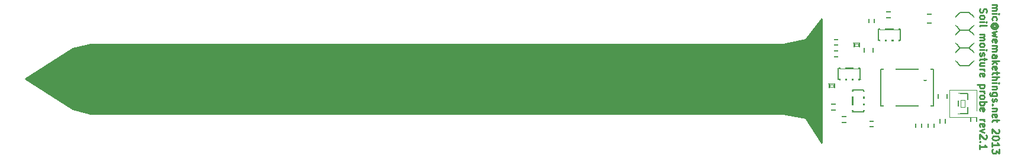
<source format=gto>
G04 (created by PCBNEW (2013-02-14 BZR 3950)-testing) date Tuesday, 2013 April 23 20:25:31*
%MOIN*%
G04 Gerber Fmt 3.4, Leading zero omitted, Abs format*
%FSLAX34Y34*%
G01*
G70*
G90*
G04 APERTURE LIST*
%ADD10C,0.006*%
%ADD11C,0.0099*%
%ADD12C,0.0026*%
%ADD13C,0.005*%
%ADD14C,0.012*%
%ADD15C,0.01*%
%ADD16C,0.004*%
%ADD17C,0.002*%
%ADD18O,0.12X0.06*%
%ADD19R,0.0708X0.0787*%
%ADD20R,0.0275X0.0393*%
%ADD21R,0.0393X0.0393*%
%ADD22R,0.0393X0.0275*%
%ADD23R,0.0354X0.0394*%
%ADD24R,0.0394X0.0354*%
%ADD25R,0.0512X0.059*%
%ADD26R,0.059X0.0512*%
%ADD27R,0.0551X0.0393*%
G04 APERTURE END LIST*
G54D10*
G54D11*
X78441Y-35217D02*
X78703Y-35217D01*
X78666Y-35217D02*
X78684Y-35236D01*
X78703Y-35273D01*
X78703Y-35329D01*
X78684Y-35367D01*
X78647Y-35386D01*
X78441Y-35386D01*
X78647Y-35386D02*
X78684Y-35404D01*
X78703Y-35442D01*
X78703Y-35498D01*
X78684Y-35536D01*
X78647Y-35555D01*
X78441Y-35555D01*
X78441Y-35742D02*
X78703Y-35742D01*
X78835Y-35742D02*
X78816Y-35723D01*
X78797Y-35742D01*
X78816Y-35761D01*
X78835Y-35742D01*
X78797Y-35742D01*
X78459Y-36099D02*
X78441Y-36061D01*
X78441Y-35986D01*
X78459Y-35949D01*
X78478Y-35930D01*
X78516Y-35911D01*
X78628Y-35911D01*
X78666Y-35930D01*
X78684Y-35949D01*
X78703Y-35986D01*
X78703Y-36061D01*
X78684Y-36099D01*
X78628Y-36512D02*
X78647Y-36493D01*
X78666Y-36455D01*
X78666Y-36418D01*
X78647Y-36380D01*
X78628Y-36362D01*
X78591Y-36343D01*
X78553Y-36343D01*
X78516Y-36362D01*
X78497Y-36380D01*
X78478Y-36418D01*
X78478Y-36455D01*
X78497Y-36493D01*
X78516Y-36512D01*
X78666Y-36512D02*
X78516Y-36512D01*
X78497Y-36530D01*
X78497Y-36549D01*
X78516Y-36587D01*
X78553Y-36606D01*
X78647Y-36606D01*
X78703Y-36568D01*
X78741Y-36512D01*
X78759Y-36437D01*
X78741Y-36362D01*
X78703Y-36305D01*
X78647Y-36268D01*
X78572Y-36249D01*
X78497Y-36268D01*
X78441Y-36305D01*
X78403Y-36362D01*
X78384Y-36437D01*
X78403Y-36512D01*
X78441Y-36568D01*
X78703Y-36737D02*
X78441Y-36812D01*
X78628Y-36887D01*
X78441Y-36962D01*
X78703Y-37037D01*
X78459Y-37338D02*
X78441Y-37300D01*
X78441Y-37225D01*
X78459Y-37188D01*
X78497Y-37169D01*
X78647Y-37169D01*
X78684Y-37188D01*
X78703Y-37225D01*
X78703Y-37300D01*
X78684Y-37338D01*
X78647Y-37357D01*
X78609Y-37357D01*
X78572Y-37169D01*
X78441Y-37526D02*
X78703Y-37526D01*
X78666Y-37526D02*
X78684Y-37545D01*
X78703Y-37582D01*
X78703Y-37638D01*
X78684Y-37676D01*
X78647Y-37695D01*
X78441Y-37695D01*
X78647Y-37695D02*
X78684Y-37713D01*
X78703Y-37751D01*
X78703Y-37807D01*
X78684Y-37845D01*
X78647Y-37864D01*
X78441Y-37864D01*
X78441Y-38220D02*
X78647Y-38220D01*
X78684Y-38201D01*
X78703Y-38163D01*
X78703Y-38088D01*
X78684Y-38051D01*
X78459Y-38220D02*
X78441Y-38182D01*
X78441Y-38088D01*
X78459Y-38051D01*
X78497Y-38032D01*
X78534Y-38032D01*
X78572Y-38051D01*
X78591Y-38088D01*
X78591Y-38182D01*
X78609Y-38220D01*
X78441Y-38407D02*
X78835Y-38407D01*
X78591Y-38444D02*
X78441Y-38557D01*
X78703Y-38557D02*
X78553Y-38407D01*
X78459Y-38876D02*
X78441Y-38838D01*
X78441Y-38763D01*
X78459Y-38726D01*
X78497Y-38707D01*
X78647Y-38707D01*
X78684Y-38726D01*
X78703Y-38763D01*
X78703Y-38838D01*
X78684Y-38876D01*
X78647Y-38895D01*
X78609Y-38895D01*
X78572Y-38707D01*
X78703Y-39008D02*
X78703Y-39158D01*
X78835Y-39064D02*
X78497Y-39064D01*
X78459Y-39083D01*
X78441Y-39120D01*
X78441Y-39158D01*
X78441Y-39289D02*
X78835Y-39289D01*
X78441Y-39458D02*
X78647Y-39458D01*
X78684Y-39439D01*
X78703Y-39401D01*
X78703Y-39345D01*
X78684Y-39308D01*
X78666Y-39289D01*
X78441Y-39645D02*
X78703Y-39645D01*
X78835Y-39645D02*
X78816Y-39626D01*
X78797Y-39645D01*
X78816Y-39664D01*
X78835Y-39645D01*
X78797Y-39645D01*
X78703Y-39833D02*
X78441Y-39833D01*
X78666Y-39833D02*
X78684Y-39852D01*
X78703Y-39889D01*
X78703Y-39945D01*
X78684Y-39983D01*
X78647Y-40002D01*
X78441Y-40002D01*
X78703Y-40358D02*
X78384Y-40358D01*
X78347Y-40339D01*
X78328Y-40320D01*
X78309Y-40283D01*
X78309Y-40226D01*
X78328Y-40189D01*
X78459Y-40358D02*
X78441Y-40320D01*
X78441Y-40245D01*
X78459Y-40208D01*
X78478Y-40189D01*
X78516Y-40170D01*
X78628Y-40170D01*
X78666Y-40189D01*
X78684Y-40208D01*
X78703Y-40245D01*
X78703Y-40320D01*
X78684Y-40358D01*
X78459Y-40526D02*
X78441Y-40564D01*
X78441Y-40639D01*
X78459Y-40676D01*
X78497Y-40695D01*
X78516Y-40695D01*
X78553Y-40676D01*
X78572Y-40639D01*
X78572Y-40582D01*
X78591Y-40545D01*
X78628Y-40526D01*
X78647Y-40526D01*
X78684Y-40545D01*
X78703Y-40582D01*
X78703Y-40639D01*
X78684Y-40676D01*
X78478Y-40864D02*
X78459Y-40883D01*
X78441Y-40864D01*
X78459Y-40845D01*
X78478Y-40864D01*
X78441Y-40864D01*
X78703Y-41052D02*
X78441Y-41052D01*
X78666Y-41052D02*
X78684Y-41071D01*
X78703Y-41108D01*
X78703Y-41164D01*
X78684Y-41202D01*
X78647Y-41221D01*
X78441Y-41221D01*
X78459Y-41558D02*
X78441Y-41520D01*
X78441Y-41445D01*
X78459Y-41408D01*
X78497Y-41389D01*
X78647Y-41389D01*
X78684Y-41408D01*
X78703Y-41445D01*
X78703Y-41520D01*
X78684Y-41558D01*
X78647Y-41577D01*
X78609Y-41577D01*
X78572Y-41389D01*
X78703Y-41690D02*
X78703Y-41840D01*
X78835Y-41746D02*
X78497Y-41746D01*
X78459Y-41765D01*
X78441Y-41802D01*
X78441Y-41840D01*
X78797Y-42252D02*
X78816Y-42271D01*
X78835Y-42308D01*
X78835Y-42402D01*
X78816Y-42440D01*
X78797Y-42458D01*
X78759Y-42477D01*
X78722Y-42477D01*
X78666Y-42458D01*
X78441Y-42233D01*
X78441Y-42477D01*
X78835Y-42721D02*
X78835Y-42758D01*
X78816Y-42796D01*
X78797Y-42815D01*
X78759Y-42833D01*
X78684Y-42852D01*
X78591Y-42852D01*
X78516Y-42833D01*
X78478Y-42815D01*
X78459Y-42796D01*
X78441Y-42758D01*
X78441Y-42721D01*
X78459Y-42683D01*
X78478Y-42665D01*
X78516Y-42646D01*
X78591Y-42627D01*
X78684Y-42627D01*
X78759Y-42646D01*
X78797Y-42665D01*
X78816Y-42683D01*
X78835Y-42721D01*
X78441Y-43227D02*
X78441Y-43002D01*
X78441Y-43115D02*
X78835Y-43115D01*
X78778Y-43077D01*
X78741Y-43040D01*
X78722Y-43002D01*
X78835Y-43358D02*
X78835Y-43602D01*
X78684Y-43471D01*
X78684Y-43527D01*
X78666Y-43565D01*
X78647Y-43583D01*
X78609Y-43602D01*
X78516Y-43602D01*
X78478Y-43583D01*
X78459Y-43565D01*
X78441Y-43527D01*
X78441Y-43415D01*
X78459Y-43377D01*
X78478Y-43358D01*
X77759Y-35452D02*
X77741Y-35508D01*
X77741Y-35602D01*
X77759Y-35640D01*
X77778Y-35658D01*
X77816Y-35677D01*
X77853Y-35677D01*
X77891Y-35658D01*
X77909Y-35640D01*
X77928Y-35602D01*
X77947Y-35527D01*
X77966Y-35490D01*
X77984Y-35471D01*
X78022Y-35452D01*
X78059Y-35452D01*
X78097Y-35471D01*
X78116Y-35490D01*
X78135Y-35527D01*
X78135Y-35621D01*
X78116Y-35677D01*
X77741Y-35902D02*
X77759Y-35865D01*
X77778Y-35846D01*
X77816Y-35827D01*
X77928Y-35827D01*
X77966Y-35846D01*
X77984Y-35865D01*
X78003Y-35902D01*
X78003Y-35958D01*
X77984Y-35996D01*
X77966Y-36015D01*
X77928Y-36033D01*
X77816Y-36033D01*
X77778Y-36015D01*
X77759Y-35996D01*
X77741Y-35958D01*
X77741Y-35902D01*
X77741Y-36202D02*
X78003Y-36202D01*
X78135Y-36202D02*
X78116Y-36183D01*
X78097Y-36202D01*
X78116Y-36221D01*
X78135Y-36202D01*
X78097Y-36202D01*
X77741Y-36446D02*
X77759Y-36409D01*
X77797Y-36390D01*
X78135Y-36390D01*
X77741Y-36896D02*
X78003Y-36896D01*
X77966Y-36896D02*
X77984Y-36915D01*
X78003Y-36952D01*
X78003Y-37008D01*
X77984Y-37046D01*
X77947Y-37065D01*
X77741Y-37065D01*
X77947Y-37065D02*
X77984Y-37083D01*
X78003Y-37121D01*
X78003Y-37177D01*
X77984Y-37215D01*
X77947Y-37234D01*
X77741Y-37234D01*
X77741Y-37477D02*
X77759Y-37440D01*
X77778Y-37421D01*
X77816Y-37402D01*
X77928Y-37402D01*
X77966Y-37421D01*
X77984Y-37440D01*
X78003Y-37477D01*
X78003Y-37533D01*
X77984Y-37571D01*
X77966Y-37590D01*
X77928Y-37608D01*
X77816Y-37608D01*
X77778Y-37590D01*
X77759Y-37571D01*
X77741Y-37533D01*
X77741Y-37477D01*
X77741Y-37777D02*
X78003Y-37777D01*
X78135Y-37777D02*
X78116Y-37758D01*
X78097Y-37777D01*
X78116Y-37796D01*
X78135Y-37777D01*
X78097Y-37777D01*
X77759Y-37946D02*
X77741Y-37984D01*
X77741Y-38059D01*
X77759Y-38096D01*
X77797Y-38115D01*
X77816Y-38115D01*
X77853Y-38096D01*
X77872Y-38059D01*
X77872Y-38002D01*
X77891Y-37965D01*
X77928Y-37946D01*
X77947Y-37946D01*
X77984Y-37965D01*
X78003Y-38002D01*
X78003Y-38059D01*
X77984Y-38096D01*
X78003Y-38228D02*
X78003Y-38378D01*
X78135Y-38284D02*
X77797Y-38284D01*
X77759Y-38303D01*
X77741Y-38340D01*
X77741Y-38378D01*
X78003Y-38678D02*
X77741Y-38678D01*
X78003Y-38509D02*
X77797Y-38509D01*
X77759Y-38528D01*
X77741Y-38565D01*
X77741Y-38621D01*
X77759Y-38659D01*
X77778Y-38678D01*
X77741Y-38865D02*
X78003Y-38865D01*
X77928Y-38865D02*
X77966Y-38884D01*
X77984Y-38902D01*
X78003Y-38940D01*
X78003Y-38977D01*
X77759Y-39259D02*
X77741Y-39221D01*
X77741Y-39146D01*
X77759Y-39109D01*
X77797Y-39090D01*
X77947Y-39090D01*
X77984Y-39109D01*
X78003Y-39146D01*
X78003Y-39221D01*
X77984Y-39259D01*
X77947Y-39278D01*
X77909Y-39278D01*
X77872Y-39090D01*
X78003Y-39747D02*
X77609Y-39747D01*
X77984Y-39747D02*
X78003Y-39784D01*
X78003Y-39859D01*
X77984Y-39897D01*
X77966Y-39916D01*
X77928Y-39934D01*
X77816Y-39934D01*
X77778Y-39916D01*
X77759Y-39897D01*
X77741Y-39859D01*
X77741Y-39784D01*
X77759Y-39747D01*
X77741Y-40103D02*
X78003Y-40103D01*
X77928Y-40103D02*
X77966Y-40122D01*
X77984Y-40140D01*
X78003Y-40178D01*
X78003Y-40215D01*
X77741Y-40403D02*
X77759Y-40366D01*
X77778Y-40347D01*
X77816Y-40328D01*
X77928Y-40328D01*
X77966Y-40347D01*
X77984Y-40366D01*
X78003Y-40403D01*
X78003Y-40459D01*
X77984Y-40497D01*
X77966Y-40516D01*
X77928Y-40534D01*
X77816Y-40534D01*
X77778Y-40516D01*
X77759Y-40497D01*
X77741Y-40459D01*
X77741Y-40403D01*
X77741Y-40703D02*
X78135Y-40703D01*
X77984Y-40703D02*
X78003Y-40740D01*
X78003Y-40815D01*
X77984Y-40853D01*
X77966Y-40872D01*
X77928Y-40890D01*
X77816Y-40890D01*
X77778Y-40872D01*
X77759Y-40853D01*
X77741Y-40815D01*
X77741Y-40740D01*
X77759Y-40703D01*
X77759Y-41209D02*
X77741Y-41171D01*
X77741Y-41096D01*
X77759Y-41059D01*
X77797Y-41040D01*
X77947Y-41040D01*
X77984Y-41059D01*
X78003Y-41096D01*
X78003Y-41171D01*
X77984Y-41209D01*
X77947Y-41228D01*
X77909Y-41228D01*
X77872Y-41040D01*
X77741Y-41697D02*
X78003Y-41697D01*
X77928Y-41697D02*
X77966Y-41716D01*
X77984Y-41734D01*
X78003Y-41772D01*
X78003Y-41809D01*
X77759Y-42091D02*
X77741Y-42053D01*
X77741Y-41978D01*
X77759Y-41941D01*
X77797Y-41922D01*
X77947Y-41922D01*
X77984Y-41941D01*
X78003Y-41978D01*
X78003Y-42053D01*
X77984Y-42091D01*
X77947Y-42110D01*
X77909Y-42110D01*
X77872Y-41922D01*
X78003Y-42241D02*
X77741Y-42335D01*
X78003Y-42429D01*
X78097Y-42560D02*
X78116Y-42579D01*
X78135Y-42616D01*
X78135Y-42710D01*
X78116Y-42748D01*
X78097Y-42766D01*
X78059Y-42785D01*
X78022Y-42785D01*
X77966Y-42766D01*
X77741Y-42541D01*
X77741Y-42785D01*
X77778Y-42954D02*
X77759Y-42973D01*
X77741Y-42954D01*
X77759Y-42935D01*
X77778Y-42954D01*
X77741Y-42954D01*
X77741Y-43348D02*
X77741Y-43123D01*
X77741Y-43236D02*
X78135Y-43236D01*
X78078Y-43198D01*
X78041Y-43161D01*
X78022Y-43123D01*
G54D12*
X77000Y-37250D02*
X77000Y-37050D01*
X77000Y-37050D02*
X76800Y-37050D01*
X76800Y-37250D02*
X76800Y-37050D01*
X77000Y-37250D02*
X76800Y-37250D01*
X77000Y-38250D02*
X77000Y-38050D01*
X77000Y-38050D02*
X76800Y-38050D01*
X76800Y-38250D02*
X76800Y-38050D01*
X77000Y-38250D02*
X76800Y-38250D01*
X77000Y-36250D02*
X77000Y-36050D01*
X77000Y-36050D02*
X76800Y-36050D01*
X76800Y-36250D02*
X76800Y-36050D01*
X77000Y-36250D02*
X76800Y-36250D01*
G54D10*
X76400Y-38400D02*
X76400Y-37900D01*
X76400Y-37900D02*
X76650Y-37650D01*
X76650Y-37650D02*
X77150Y-37650D01*
X77150Y-37650D02*
X77400Y-37900D01*
X76650Y-37650D02*
X76400Y-37400D01*
X76400Y-37400D02*
X76400Y-36900D01*
X76400Y-36900D02*
X76650Y-36650D01*
X76650Y-36650D02*
X77150Y-36650D01*
X77150Y-36650D02*
X77400Y-36900D01*
X77400Y-36900D02*
X77400Y-37400D01*
X77400Y-37400D02*
X77150Y-37650D01*
X76650Y-38650D02*
X77150Y-38650D01*
X76400Y-38400D02*
X76650Y-38650D01*
X77150Y-38650D02*
X77400Y-38400D01*
X77400Y-37900D02*
X77400Y-38400D01*
X76650Y-36650D02*
X76400Y-36400D01*
X76400Y-36400D02*
X76400Y-35900D01*
X76400Y-35900D02*
X76650Y-35650D01*
X76650Y-35650D02*
X77150Y-35650D01*
X77150Y-35650D02*
X77400Y-35900D01*
X77400Y-35900D02*
X77400Y-36400D01*
X77400Y-36400D02*
X77150Y-36650D01*
G54D13*
X75146Y-40923D02*
X72154Y-40923D01*
X72154Y-40923D02*
X72154Y-38877D01*
X72154Y-38877D02*
X75146Y-38877D01*
X75146Y-38877D02*
X75146Y-40923D01*
G54D14*
X74756Y-39389D02*
G75*
G03X74756Y-39389I-83J0D01*
G74*
G01*
G54D12*
X69928Y-39690D02*
X70125Y-39690D01*
X70125Y-39690D02*
X70125Y-39434D01*
X69928Y-39434D02*
X70125Y-39434D01*
X69928Y-39690D02*
X69928Y-39434D01*
X70302Y-39690D02*
X70498Y-39690D01*
X70498Y-39690D02*
X70498Y-39434D01*
X70302Y-39434D02*
X70498Y-39434D01*
X70302Y-39690D02*
X70302Y-39434D01*
X70675Y-39690D02*
X70872Y-39690D01*
X70872Y-39690D02*
X70872Y-39434D01*
X70675Y-39434D02*
X70872Y-39434D01*
X70675Y-39690D02*
X70675Y-39434D01*
X70675Y-38766D02*
X70872Y-38766D01*
X70872Y-38766D02*
X70872Y-38510D01*
X70675Y-38510D02*
X70872Y-38510D01*
X70675Y-38766D02*
X70675Y-38510D01*
X69928Y-38766D02*
X70125Y-38766D01*
X70125Y-38766D02*
X70125Y-38510D01*
X69928Y-38510D02*
X70125Y-38510D01*
X69928Y-38766D02*
X69928Y-38510D01*
G54D13*
X71018Y-38782D02*
X71018Y-39418D01*
G54D15*
X70959Y-39418D02*
X69841Y-39418D01*
G54D13*
X69782Y-39418D02*
X69782Y-38782D01*
G54D15*
X69841Y-38782D02*
X70234Y-38782D01*
X70234Y-38782D02*
X70566Y-38782D01*
X70566Y-38782D02*
X70959Y-38782D01*
G54D13*
X69790Y-38786D02*
X69849Y-38786D01*
X69790Y-39414D02*
X69849Y-39414D01*
X71029Y-39414D02*
X70951Y-39414D01*
X71010Y-38786D02*
X70951Y-38786D01*
G54D12*
X69585Y-40129D02*
X69585Y-39932D01*
X69585Y-39932D02*
X69211Y-39932D01*
X69211Y-40129D02*
X69211Y-39932D01*
X69585Y-40129D02*
X69211Y-40129D01*
X69585Y-39671D02*
X69585Y-39474D01*
X69585Y-39474D02*
X69211Y-39474D01*
X69211Y-39671D02*
X69211Y-39474D01*
X69585Y-39671D02*
X69211Y-39671D01*
X69518Y-39878D02*
X69518Y-39722D01*
X69518Y-39722D02*
X69282Y-39722D01*
X69282Y-39878D02*
X69282Y-39722D01*
X69518Y-39878D02*
X69282Y-39878D01*
G54D16*
X69230Y-39940D02*
X69230Y-39660D01*
X69564Y-39940D02*
X69564Y-39660D01*
G54D15*
X69260Y-39880D02*
X69260Y-39720D01*
X69540Y-39880D02*
X69540Y-39720D01*
G54D12*
X70985Y-37829D02*
X70985Y-37632D01*
X70985Y-37632D02*
X70611Y-37632D01*
X70611Y-37829D02*
X70611Y-37632D01*
X70985Y-37829D02*
X70611Y-37829D01*
X70985Y-37371D02*
X70985Y-37174D01*
X70985Y-37174D02*
X70611Y-37174D01*
X70611Y-37371D02*
X70611Y-37174D01*
X70985Y-37371D02*
X70611Y-37371D01*
X70918Y-37578D02*
X70918Y-37422D01*
X70918Y-37422D02*
X70682Y-37422D01*
X70682Y-37578D02*
X70682Y-37422D01*
X70918Y-37578D02*
X70682Y-37578D01*
G54D16*
X70630Y-37640D02*
X70630Y-37360D01*
X70964Y-37640D02*
X70964Y-37360D01*
G54D15*
X70660Y-37580D02*
X70660Y-37420D01*
X70940Y-37580D02*
X70940Y-37420D01*
G54D12*
X71490Y-41122D02*
X71490Y-40925D01*
X71490Y-40925D02*
X71234Y-40925D01*
X71234Y-41122D02*
X71234Y-40925D01*
X71490Y-41122D02*
X71234Y-41122D01*
X71490Y-40748D02*
X71490Y-40552D01*
X71490Y-40552D02*
X71234Y-40552D01*
X71234Y-40748D02*
X71234Y-40552D01*
X71490Y-40748D02*
X71234Y-40748D01*
X71490Y-40375D02*
X71490Y-40178D01*
X71490Y-40178D02*
X71234Y-40178D01*
X71234Y-40375D02*
X71234Y-40178D01*
X71490Y-40375D02*
X71234Y-40375D01*
X70566Y-40375D02*
X70566Y-40178D01*
X70566Y-40178D02*
X70310Y-40178D01*
X70310Y-40375D02*
X70310Y-40178D01*
X70566Y-40375D02*
X70310Y-40375D01*
X70566Y-41122D02*
X70566Y-40925D01*
X70566Y-40925D02*
X70310Y-40925D01*
X70310Y-41122D02*
X70310Y-40925D01*
X70566Y-41122D02*
X70310Y-41122D01*
G54D13*
X70582Y-40032D02*
X71218Y-40032D01*
G54D15*
X71218Y-40091D02*
X71218Y-41209D01*
G54D13*
X71218Y-41268D02*
X70582Y-41268D01*
G54D15*
X70582Y-41209D02*
X70582Y-40816D01*
X70582Y-40816D02*
X70582Y-40484D01*
X70582Y-40484D02*
X70582Y-40091D01*
G54D13*
X70586Y-41260D02*
X70586Y-41201D01*
X71214Y-41260D02*
X71214Y-41201D01*
X71214Y-40021D02*
X71214Y-40099D01*
X70586Y-40040D02*
X70586Y-40099D01*
G54D12*
X72178Y-37490D02*
X72375Y-37490D01*
X72375Y-37490D02*
X72375Y-37234D01*
X72178Y-37234D02*
X72375Y-37234D01*
X72178Y-37490D02*
X72178Y-37234D01*
X72552Y-37490D02*
X72748Y-37490D01*
X72748Y-37490D02*
X72748Y-37234D01*
X72552Y-37234D02*
X72748Y-37234D01*
X72552Y-37490D02*
X72552Y-37234D01*
X72925Y-37490D02*
X73122Y-37490D01*
X73122Y-37490D02*
X73122Y-37234D01*
X72925Y-37234D02*
X73122Y-37234D01*
X72925Y-37490D02*
X72925Y-37234D01*
X72925Y-36566D02*
X73122Y-36566D01*
X73122Y-36566D02*
X73122Y-36310D01*
X72925Y-36310D02*
X73122Y-36310D01*
X72925Y-36566D02*
X72925Y-36310D01*
X72178Y-36566D02*
X72375Y-36566D01*
X72375Y-36566D02*
X72375Y-36310D01*
X72178Y-36310D02*
X72375Y-36310D01*
X72178Y-36566D02*
X72178Y-36310D01*
G54D13*
X73268Y-36582D02*
X73268Y-37218D01*
G54D15*
X73209Y-37218D02*
X72091Y-37218D01*
G54D13*
X72032Y-37218D02*
X72032Y-36582D01*
G54D15*
X72091Y-36582D02*
X72484Y-36582D01*
X72484Y-36582D02*
X72816Y-36582D01*
X72816Y-36582D02*
X73209Y-36582D01*
G54D13*
X72040Y-36586D02*
X72099Y-36586D01*
X72040Y-37214D02*
X72099Y-37214D01*
X73279Y-37214D02*
X73201Y-37214D01*
X73260Y-36586D02*
X73201Y-36586D01*
X69870Y-38160D02*
X69870Y-37840D01*
X69430Y-37850D02*
X69430Y-38160D01*
X69330Y-37840D02*
X69970Y-37840D01*
X69970Y-37840D02*
X69970Y-38160D01*
X69970Y-38160D02*
X69330Y-38160D01*
X69330Y-38160D02*
X69330Y-37840D01*
X74460Y-41830D02*
X74140Y-41830D01*
X74150Y-42270D02*
X74460Y-42270D01*
X74140Y-42370D02*
X74140Y-41730D01*
X74140Y-41730D02*
X74460Y-41730D01*
X74460Y-41730D02*
X74460Y-42370D01*
X74460Y-42370D02*
X74140Y-42370D01*
X71430Y-41790D02*
X71430Y-42110D01*
X71870Y-42100D02*
X71870Y-41790D01*
X71970Y-42110D02*
X71330Y-42110D01*
X71330Y-42110D02*
X71330Y-41790D01*
X71330Y-41790D02*
X71970Y-41790D01*
X71970Y-41790D02*
X71970Y-42110D01*
X71490Y-36370D02*
X71810Y-36370D01*
X71800Y-35930D02*
X71490Y-35930D01*
X71810Y-35830D02*
X71810Y-36470D01*
X71810Y-36470D02*
X71490Y-36470D01*
X71490Y-36470D02*
X71490Y-35830D01*
X71490Y-35830D02*
X71810Y-35830D01*
X75160Y-41830D02*
X74840Y-41830D01*
X74850Y-42270D02*
X75160Y-42270D01*
X74840Y-42370D02*
X74840Y-41730D01*
X74840Y-41730D02*
X75160Y-41730D01*
X75160Y-41730D02*
X75160Y-42370D01*
X75160Y-42370D02*
X74840Y-42370D01*
X75810Y-41580D02*
X75490Y-41580D01*
X75500Y-42020D02*
X75810Y-42020D01*
X75490Y-42120D02*
X75490Y-41480D01*
X75490Y-41480D02*
X75810Y-41480D01*
X75810Y-41480D02*
X75810Y-42120D01*
X75810Y-42120D02*
X75490Y-42120D01*
X69720Y-41160D02*
X69720Y-40840D01*
X69280Y-40850D02*
X69280Y-41160D01*
X69180Y-40840D02*
X69820Y-40840D01*
X69820Y-40840D02*
X69820Y-41160D01*
X69820Y-41160D02*
X69180Y-41160D01*
X69180Y-41160D02*
X69180Y-40840D01*
X70320Y-41860D02*
X70320Y-41540D01*
X69880Y-41550D02*
X69880Y-41860D01*
X69780Y-41540D02*
X70420Y-41540D01*
X70420Y-41540D02*
X70420Y-41860D01*
X70420Y-41860D02*
X69780Y-41860D01*
X69780Y-41860D02*
X69780Y-41540D01*
X72380Y-35640D02*
X72380Y-35960D01*
X72820Y-35950D02*
X72820Y-35640D01*
X72920Y-35960D02*
X72280Y-35960D01*
X72280Y-35960D02*
X72280Y-35640D01*
X72280Y-35640D02*
X72920Y-35640D01*
X72920Y-35640D02*
X72920Y-35960D01*
X69870Y-37510D02*
X69870Y-37190D01*
X69430Y-37200D02*
X69430Y-37510D01*
X69330Y-37190D02*
X69970Y-37190D01*
X69970Y-37190D02*
X69970Y-37510D01*
X69970Y-37510D02*
X69330Y-37510D01*
X69330Y-37510D02*
X69330Y-37190D01*
X77560Y-41480D02*
X77240Y-41480D01*
X77250Y-41920D02*
X77560Y-41920D01*
X77240Y-42020D02*
X77240Y-41380D01*
X77240Y-41380D02*
X77560Y-41380D01*
X77560Y-41380D02*
X77560Y-42020D01*
X77560Y-42020D02*
X77240Y-42020D01*
X75150Y-35750D02*
X75150Y-36250D01*
X74650Y-35750D02*
X74650Y-36240D01*
X74500Y-35750D02*
X75300Y-35750D01*
X75300Y-35750D02*
X75300Y-36250D01*
X75300Y-36250D02*
X74500Y-36250D01*
X74500Y-36250D02*
X74500Y-35750D01*
X75900Y-40650D02*
X75400Y-40650D01*
X75900Y-40150D02*
X75410Y-40150D01*
X75900Y-40000D02*
X75900Y-40800D01*
X75900Y-40800D02*
X75400Y-40800D01*
X75400Y-40800D02*
X75400Y-40000D01*
X75400Y-40000D02*
X75900Y-40000D01*
X71250Y-37550D02*
X71750Y-37550D01*
X71250Y-38050D02*
X71740Y-38050D01*
X71250Y-38200D02*
X71250Y-37400D01*
X71250Y-37400D02*
X71750Y-37400D01*
X71750Y-37400D02*
X71750Y-38200D01*
X71750Y-38200D02*
X71250Y-38200D01*
G54D12*
X77080Y-40710D02*
X77080Y-40890D01*
X77080Y-40890D02*
X77309Y-40890D01*
X77309Y-40710D02*
X77309Y-40890D01*
X77080Y-40710D02*
X77309Y-40710D01*
X76291Y-41080D02*
X76291Y-41260D01*
X76291Y-41260D02*
X76520Y-41260D01*
X76520Y-41080D02*
X76520Y-41260D01*
X76291Y-41080D02*
X76520Y-41080D01*
X76291Y-40340D02*
X76291Y-40520D01*
X76291Y-40520D02*
X76520Y-40520D01*
X76520Y-40340D02*
X76520Y-40520D01*
X76291Y-40340D02*
X76520Y-40340D01*
X76682Y-40604D02*
X76682Y-40996D01*
X76682Y-40996D02*
X76918Y-40996D01*
X76918Y-40604D02*
X76918Y-40996D01*
X76682Y-40604D02*
X76918Y-40604D01*
G54D17*
X77580Y-40024D02*
X77580Y-41576D01*
X76020Y-41576D02*
X76020Y-40024D01*
X76020Y-40024D02*
X77580Y-40024D01*
X77580Y-41576D02*
X76020Y-41576D01*
G54D10*
X77059Y-41359D02*
X76541Y-41359D01*
X76541Y-41359D02*
X76541Y-40241D01*
X76541Y-40241D02*
X77059Y-40241D01*
X77059Y-40241D02*
X77059Y-41359D01*
G36*
X68850Y-42985D02*
X67930Y-41605D01*
X66655Y-41350D01*
X27656Y-41350D01*
X26670Y-41103D01*
X23993Y-39400D01*
X26670Y-37697D01*
X27656Y-37450D01*
X66655Y-37450D01*
X67928Y-37195D01*
X68850Y-36043D01*
X68850Y-42985D01*
X68850Y-42985D01*
G37*
G54D15*
X68850Y-42985D02*
X67930Y-41605D01*
X66655Y-41350D01*
X27656Y-41350D01*
X26670Y-41103D01*
X23993Y-39400D01*
X26670Y-37697D01*
X27656Y-37450D01*
X66655Y-37450D01*
X67928Y-37195D01*
X68850Y-36043D01*
X68850Y-42985D01*
%LPC*%
G54D18*
X76900Y-38150D03*
X76900Y-37150D03*
X76900Y-36150D03*
G54D19*
X74634Y-39074D03*
X72666Y-39074D03*
X72666Y-40726D03*
X74634Y-40726D03*
G54D20*
X70026Y-39572D03*
X70400Y-39572D03*
X70774Y-39572D03*
X70774Y-38628D03*
X70026Y-38628D03*
G54D21*
X69400Y-40134D03*
X69400Y-39466D03*
X70800Y-37834D03*
X70800Y-37166D03*
G54D22*
X71372Y-41024D03*
X71372Y-40650D03*
X71372Y-40276D03*
X70428Y-40276D03*
X70428Y-41024D03*
G54D20*
X72276Y-37372D03*
X72650Y-37372D03*
X73024Y-37372D03*
X73024Y-36428D03*
X72276Y-36428D03*
G54D23*
X69946Y-38000D03*
X69354Y-38000D03*
G54D24*
X74300Y-41754D03*
X74300Y-42346D03*
G54D23*
X71354Y-41950D03*
X71946Y-41950D03*
G54D24*
X71650Y-36446D03*
X71650Y-35854D03*
X75000Y-41754D03*
X75000Y-42346D03*
X75650Y-41504D03*
X75650Y-42096D03*
G54D23*
X69796Y-41000D03*
X69204Y-41000D03*
X70396Y-41700D03*
X69804Y-41700D03*
X72304Y-35800D03*
X72896Y-35800D03*
X69946Y-37350D03*
X69354Y-37350D03*
G54D24*
X77400Y-41404D03*
X77400Y-41996D03*
G54D25*
X75275Y-36000D03*
X74525Y-36000D03*
G54D26*
X75650Y-40775D03*
X75650Y-40025D03*
X71500Y-37425D03*
X71500Y-38175D03*
G54D27*
X76367Y-40426D03*
X76367Y-41174D03*
X77233Y-40800D03*
M02*

</source>
